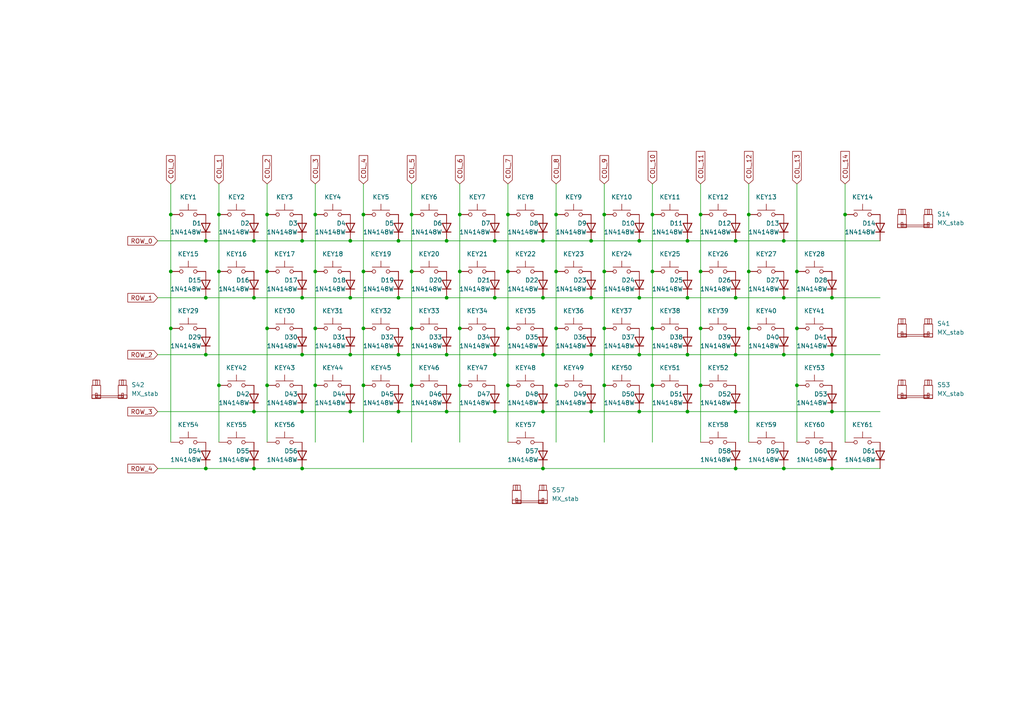
<source format=kicad_sch>
(kicad_sch (version 20230121) (generator eeschema)
  (paper "A4")
  (junction (at 143.51 119.38))
  (junction (at 189.23 95.25))
  (junction (at 101.6 69.85))
  (junction (at 105.41 78.74))
  (junction (at 63.5 78.74))
  (junction (at 227.33 69.85))
  (junction (at 49.53 62.23))
  (junction (at 59.69 86.36))
  (junction (at 59.69 135.89))
  (junction (at 147.32 111.76))
  (junction (at 185.42 69.85))
  (junction (at 129.54 119.38))
  (junction (at 77.47 111.76))
  (junction (at 101.6 86.36))
  (junction (at 49.53 78.74))
  (junction (at 105.41 111.76))
  (junction (at 73.66 69.85))
  (junction (at 217.17 62.23))
  (junction (at 63.5 62.23))
  (junction (at 63.5 111.76))
  (junction (at 241.3 102.87))
  (junction (at 119.38 78.74))
  (junction (at 77.47 62.23))
  (junction (at 217.17 95.25))
  (junction (at 133.35 78.74))
  (junction (at 161.29 95.25))
  (junction (at 91.44 111.76))
  (junction (at 171.45 86.36))
  (junction (at 231.14 95.25))
  (junction (at 87.63 102.87))
  (junction (at 157.48 69.85))
  (junction (at 157.48 102.87))
  (junction (at 87.63 135.89))
  (junction (at 199.39 69.85))
  (junction (at 213.36 102.87))
  (junction (at 101.6 119.38))
  (junction (at 133.35 62.23))
  (junction (at 171.45 102.87))
  (junction (at 227.33 135.89))
  (junction (at 59.69 69.85))
  (junction (at 199.39 119.38))
  (junction (at 133.35 111.76))
  (junction (at 213.36 119.38))
  (junction (at 171.45 119.38))
  (junction (at 175.26 111.76))
  (junction (at 231.14 78.74))
  (junction (at 245.11 62.23))
  (junction (at 227.33 102.87))
  (junction (at 105.41 95.25))
  (junction (at 161.29 62.23))
  (junction (at 203.2 62.23))
  (junction (at 87.63 69.85))
  (junction (at 115.57 86.36))
  (junction (at 119.38 95.25))
  (junction (at 171.45 69.85))
  (junction (at 129.54 102.87))
  (junction (at 175.26 95.25))
  (junction (at 185.42 86.36))
  (junction (at 185.42 119.38))
  (junction (at 203.2 111.76))
  (junction (at 49.53 95.25))
  (junction (at 199.39 86.36))
  (junction (at 119.38 111.76))
  (junction (at 73.66 135.89))
  (junction (at 241.3 86.36))
  (junction (at 143.51 69.85))
  (junction (at 213.36 135.89))
  (junction (at 231.14 111.76))
  (junction (at 189.23 78.74))
  (junction (at 189.23 62.23))
  (junction (at 73.66 86.36))
  (junction (at 87.63 119.38))
  (junction (at 203.2 95.25))
  (junction (at 185.42 102.87))
  (junction (at 199.39 102.87))
  (junction (at 213.36 69.85))
  (junction (at 77.47 95.25))
  (junction (at 129.54 69.85))
  (junction (at 157.48 86.36))
  (junction (at 189.23 111.76))
  (junction (at 143.51 86.36))
  (junction (at 161.29 78.74))
  (junction (at 77.47 78.74))
  (junction (at 175.26 62.23))
  (junction (at 105.41 62.23))
  (junction (at 133.35 95.25))
  (junction (at 157.48 119.38))
  (junction (at 59.69 102.87))
  (junction (at 147.32 95.25))
  (junction (at 143.51 102.87))
  (junction (at 217.17 78.74))
  (junction (at 213.36 86.36))
  (junction (at 91.44 78.74))
  (junction (at 119.38 62.23))
  (junction (at 129.54 86.36))
  (junction (at 87.63 86.36))
  (junction (at 227.33 86.36))
  (junction (at 241.3 119.38))
  (junction (at 147.32 62.23))
  (junction (at 115.57 69.85))
  (junction (at 115.57 119.38))
  (junction (at 241.3 135.89))
  (junction (at 91.44 62.23))
  (junction (at 73.66 119.38))
  (junction (at 147.32 78.74))
  (junction (at 115.57 102.87))
  (junction (at 101.6 102.87))
  (junction (at 157.48 135.89))
  (junction (at 203.2 78.74))
  (junction (at 161.29 111.76))
  (junction (at 91.44 95.25))
  (junction (at 175.26 78.74))
  (wire (pts (xy 101.6 69.85) (xy 115.57 69.85)))
  (wire (pts (xy 105.41 111.76) (xy 105.41 128.27)))
  (wire (pts (xy 189.23 111.76) (xy 189.23 128.27)))
  (wire (pts (xy 175.26 78.74) (xy 175.26 95.25)))
  (wire (pts (xy 217.17 78.74) (xy 217.17 95.25)))
  (wire (pts (xy 77.47 78.74) (xy 77.47 95.25)))
  (wire (pts (xy 49.53 78.74) (xy 49.53 95.25)))
  (wire (pts (xy 161.29 111.76) (xy 161.29 128.27)))
  (wire (pts (xy 175.26 95.25) (xy 175.26 111.76)))
  (wire (pts (xy 157.48 69.85) (xy 171.45 69.85)))
  (wire (pts (xy 45.72 135.89) (xy 59.69 135.89)))
  (wire (pts (xy 175.26 111.76) (xy 175.26 128.27)))
  (wire (pts (xy 133.35 95.25) (xy 133.35 111.76)))
  (wire (pts (xy 49.53 53.34) (xy 49.53 62.23)))
  (wire (pts (xy 91.44 53.34) (xy 91.44 62.23)))
  (wire (pts (xy 143.51 86.36) (xy 157.48 86.36)))
  (wire (pts (xy 91.44 62.23) (xy 91.44 78.74)))
  (wire (pts (xy 73.66 119.38) (xy 87.63 119.38)))
  (wire (pts (xy 185.42 102.87) (xy 199.39 102.87)))
  (wire (pts (xy 129.54 102.87) (xy 143.51 102.87)))
  (wire (pts (xy 77.47 111.76) (xy 77.47 128.27)))
  (wire (pts (xy 91.44 95.25) (xy 91.44 111.76)))
  (wire (pts (xy 157.48 102.87) (xy 171.45 102.87)))
  (wire (pts (xy 45.72 86.36) (xy 59.69 86.36)))
  (wire (pts (xy 133.35 111.76) (xy 133.35 128.27)))
  (wire (pts (xy 59.69 69.85) (xy 73.66 69.85)))
  (wire (pts (xy 143.51 69.85) (xy 157.48 69.85)))
  (wire (pts (xy 213.36 86.36) (xy 227.33 86.36)))
  (wire (pts (xy 213.36 135.89) (xy 227.33 135.89)))
  (wire (pts (xy 199.39 119.38) (xy 213.36 119.38)))
  (wire (pts (xy 213.36 69.85) (xy 227.33 69.85)))
  (wire (pts (xy 213.36 119.38) (xy 241.3 119.38)))
  (wire (pts (xy 105.41 78.74) (xy 105.41 95.25)))
  (wire (pts (xy 119.38 62.23) (xy 119.38 78.74)))
  (wire (pts (xy 189.23 62.23) (xy 189.23 78.74)))
  (wire (pts (xy 77.47 62.23) (xy 77.47 78.74)))
  (wire (pts (xy 217.17 62.23) (xy 217.17 78.74)))
  (wire (pts (xy 77.47 95.25) (xy 77.47 111.76)))
  (wire (pts (xy 147.32 95.25) (xy 147.32 111.76)))
  (wire (pts (xy 175.26 62.23) (xy 175.26 78.74)))
  (wire (pts (xy 63.5 53.34) (xy 63.5 62.23)))
  (wire (pts (xy 147.32 62.23) (xy 147.32 78.74)))
  (wire (pts (xy 87.63 119.38) (xy 101.6 119.38)))
  (wire (pts (xy 101.6 102.87) (xy 115.57 102.87)))
  (wire (pts (xy 119.38 78.74) (xy 119.38 95.25)))
  (wire (pts (xy 171.45 119.38) (xy 185.42 119.38)))
  (wire (pts (xy 245.11 53.34) (xy 245.11 62.23)))
  (wire (pts (xy 185.42 69.85) (xy 199.39 69.85)))
  (wire (pts (xy 119.38 111.76) (xy 119.38 128.27)))
  (wire (pts (xy 203.2 53.34) (xy 203.2 62.23)))
  (wire (pts (xy 175.26 53.34) (xy 175.26 62.23)))
  (wire (pts (xy 231.14 95.25) (xy 231.14 111.76)))
  (wire (pts (xy 87.63 135.89) (xy 157.48 135.89)))
  (wire (pts (xy 189.23 78.74) (xy 189.23 95.25)))
  (wire (pts (xy 199.39 86.36) (xy 213.36 86.36)))
  (wire (pts (xy 213.36 102.87) (xy 227.33 102.87)))
  (wire (pts (xy 129.54 69.85) (xy 143.51 69.85)))
  (wire (pts (xy 227.33 69.85) (xy 255.27 69.85)))
  (wire (pts (xy 245.11 62.23) (xy 245.11 128.27)))
  (wire (pts (xy 203.2 78.74) (xy 203.2 95.25)))
  (wire (pts (xy 105.41 95.25) (xy 105.41 111.76)))
  (wire (pts (xy 105.41 53.34) (xy 105.41 62.23)))
  (wire (pts (xy 227.33 135.89) (xy 241.3 135.89)))
  (wire (pts (xy 171.45 102.87) (xy 185.42 102.87)))
  (wire (pts (xy 73.66 135.89) (xy 87.63 135.89)))
  (wire (pts (xy 133.35 78.74) (xy 133.35 95.25)))
  (wire (pts (xy 157.48 86.36) (xy 171.45 86.36)))
  (wire (pts (xy 157.48 119.38) (xy 171.45 119.38)))
  (wire (pts (xy 231.14 53.34) (xy 231.14 78.74)))
  (wire (pts (xy 87.63 69.85) (xy 101.6 69.85)))
  (wire (pts (xy 203.2 62.23) (xy 203.2 78.74)))
  (wire (pts (xy 133.35 62.23) (xy 133.35 78.74)))
  (wire (pts (xy 73.66 69.85) (xy 87.63 69.85)))
  (wire (pts (xy 59.69 86.36) (xy 73.66 86.36)))
  (wire (pts (xy 87.63 102.87) (xy 101.6 102.87)))
  (wire (pts (xy 91.44 111.76) (xy 91.44 128.27)))
  (wire (pts (xy 115.57 69.85) (xy 129.54 69.85)))
  (wire (pts (xy 115.57 86.36) (xy 129.54 86.36)))
  (wire (pts (xy 129.54 119.38) (xy 143.51 119.38)))
  (wire (pts (xy 185.42 86.36) (xy 199.39 86.36)))
  (wire (pts (xy 105.41 62.23) (xy 105.41 78.74)))
  (wire (pts (xy 63.5 111.76) (xy 63.5 128.27)))
  (wire (pts (xy 133.35 53.34) (xy 133.35 62.23)))
  (wire (pts (xy 147.32 111.76) (xy 147.32 128.27)))
  (wire (pts (xy 63.5 78.74) (xy 63.5 111.76)))
  (wire (pts (xy 45.72 69.85) (xy 59.69 69.85)))
  (wire (pts (xy 203.2 95.25) (xy 203.2 111.76)))
  (wire (pts (xy 241.3 119.38) (xy 255.27 119.38)))
  (wire (pts (xy 147.32 78.74) (xy 147.32 95.25)))
  (wire (pts (xy 217.17 53.34) (xy 217.17 62.23)))
  (wire (pts (xy 185.42 119.38) (xy 199.39 119.38)))
  (wire (pts (xy 143.51 119.38) (xy 157.48 119.38)))
  (wire (pts (xy 91.44 78.74) (xy 91.44 95.25)))
  (wire (pts (xy 63.5 62.23) (xy 63.5 78.74)))
  (wire (pts (xy 199.39 102.87) (xy 213.36 102.87)))
  (wire (pts (xy 227.33 86.36) (xy 241.3 86.36)))
  (wire (pts (xy 147.32 53.34) (xy 147.32 62.23)))
  (wire (pts (xy 77.47 53.34) (xy 77.47 62.23)))
  (wire (pts (xy 49.53 62.23) (xy 49.53 78.74)))
  (wire (pts (xy 115.57 119.38) (xy 129.54 119.38)))
  (wire (pts (xy 189.23 95.25) (xy 189.23 111.76)))
  (wire (pts (xy 157.48 135.89) (xy 213.36 135.89)))
  (wire (pts (xy 161.29 62.23) (xy 161.29 78.74)))
  (wire (pts (xy 115.57 102.87) (xy 129.54 102.87)))
  (wire (pts (xy 45.72 119.38) (xy 73.66 119.38)))
  (wire (pts (xy 161.29 95.25) (xy 161.29 111.76)))
  (wire (pts (xy 199.39 69.85) (xy 213.36 69.85)))
  (wire (pts (xy 119.38 53.34) (xy 119.38 62.23)))
  (wire (pts (xy 171.45 86.36) (xy 185.42 86.36)))
  (wire (pts (xy 101.6 119.38) (xy 115.57 119.38)))
  (wire (pts (xy 231.14 78.74) (xy 231.14 95.25)))
  (wire (pts (xy 241.3 86.36) (xy 255.27 86.36)))
  (wire (pts (xy 189.23 53.34) (xy 189.23 62.23)))
  (wire (pts (xy 45.72 102.87) (xy 59.69 102.87)))
  (wire (pts (xy 161.29 53.34) (xy 161.29 62.23)))
  (wire (pts (xy 161.29 78.74) (xy 161.29 95.25)))
  (wire (pts (xy 227.33 102.87) (xy 241.3 102.87)))
  (wire (pts (xy 49.53 95.25) (xy 49.53 128.27)))
  (wire (pts (xy 217.17 95.25) (xy 217.17 128.27)))
  (wire (pts (xy 87.63 86.36) (xy 101.6 86.36)))
  (wire (pts (xy 59.69 102.87) (xy 87.63 102.87)))
  (wire (pts (xy 101.6 86.36) (xy 115.57 86.36)))
  (wire (pts (xy 59.69 135.89) (xy 73.66 135.89)))
  (wire (pts (xy 119.38 95.25) (xy 119.38 111.76)))
  (wire (pts (xy 129.54 86.36) (xy 143.51 86.36)))
  (wire (pts (xy 171.45 69.85) (xy 185.42 69.85)))
  (wire (pts (xy 241.3 135.89) (xy 255.27 135.89)))
  (wire (pts (xy 73.66 86.36) (xy 87.63 86.36)))
  (wire (pts (xy 203.2 111.76) (xy 203.2 128.27)))
  (wire (pts (xy 241.3 102.87) (xy 255.27 102.87)))
  (wire (pts (xy 143.51 102.87) (xy 157.48 102.87)))
  (wire (pts (xy 231.14 111.76) (xy 231.14 128.27)))
  (global_label "COL_4" (shape input) (at 105.41 53.34 90) (property "Intersheetrefs" "${INTERSHEET_REFS}" (effects hide)))
  (global_label "COL_13" (shape input) (at 231.14 53.34 90) (property "Intersheetrefs" "${INTERSHEET_REFS}" (effects hide)))
  (global_label "COL_2" (shape input) (at 77.47 53.34 90) (property "Intersheetrefs" "${INTERSHEET_REFS}" (effects hide)))
  (global_label "ROW_0" (shape input) (at 45.72 69.85 180) (property "Intersheetrefs" "${INTERSHEET_REFS}" (effects hide)))
  (global_label "ROW_4" (shape input) (at 45.72 135.89 180) (property "Intersheetrefs" "${INTERSHEET_REFS}" (effects hide)))
  (global_label "COL_12" (shape input) (at 217.17 53.34 90) (property "Intersheetrefs" "${INTERSHEET_REFS}" (effects hide)))
  (global_label "COL_8" (shape input) (at 161.29 53.34 90) (property "Intersheetrefs" "${INTERSHEET_REFS}" (effects hide)))
  (global_label "COL_14" (shape input) (at 245.11 53.34 90) (property "Intersheetrefs" "${INTERSHEET_REFS}" (effects hide)))
  (global_label "ROW_2" (shape input) (at 45.72 102.87 180) (property "Intersheetrefs" "${INTERSHEET_REFS}" (effects hide)))
  (global_label "ROW_1" (shape input) (at 45.72 86.36 180) (property "Intersheetrefs" "${INTERSHEET_REFS}" (effects hide)))
  (global_label "ROW_3" (shape input) (at 45.72 119.38 180) (property "Intersheetrefs" "${INTERSHEET_REFS}" (effects hide)))
  (global_label "COL_10" (shape input) (at 189.23 53.34 90) (property "Intersheetrefs" "${INTERSHEET_REFS}" (effects hide)))
  (global_label "COL_5" (shape input) (at 119.38 53.34 90) (property "Intersheetrefs" "${INTERSHEET_REFS}" (effects hide)))
  (global_label "COL_9" (shape input) (at 175.26 53.34 90) (property "Intersheetrefs" "${INTERSHEET_REFS}" (effects hide)))
  (global_label "COL_0" (shape input) (at 49.53 53.34 90) (property "Intersheetrefs" "${INTERSHEET_REFS}" (effects hide)))
  (global_label "COL_11" (shape input) (at 203.2 53.34 90) (property "Intersheetrefs" "${INTERSHEET_REFS}" (effects hide)))
  (global_label "COL_7" (shape input) (at 147.32 53.34 90) (property "Intersheetrefs" "${INTERSHEET_REFS}" (effects hide)))
  (global_label "COL_6" (shape input) (at 133.35 53.34 90) (property "Intersheetrefs" "${INTERSHEET_REFS}" (effects hide)))
  (global_label "COL_3" (shape input) (at 91.44 53.34 90) (property "Intersheetrefs" "${INTERSHEET_REFS}" (effects hide)))
  (global_label "COL_1" (shape input) (at 63.5 53.34 90) (property "Intersheetrefs" "${INTERSHEET_REFS}" (effects hide)))
  (symbol (lib_id "Diode:1N4148W") (at 59.69 82.55 270) (mirror x) (unit 1)
    (property "Reference" "D15" (at 58.42 81.28 90) (effects (justify right)))
    (property "Value" "1N4148W" (at 58.42 83.82 90) (effects (justify right)))
    (property "Footprint" "Diode_SMD:D_SOD-123" (effects hide))
    (property "Datasheet" "https://www.vishay.com/docs/85748/1n4148w.pdf" (effects hide))
    (property "Sim.Device" "D" (effects hide))
    (property "Sim.Pins" "1=K 2=A" (effects hide))
  )
  (symbol (lib_id "Switch:SW_Push") (at 82.55 78.74 0) (unit 1)
    (property "Reference" "KEY17" (at 82.55 73.66 0))
    (property "Value" "SW_Push" (effects hide))
    (property "Footprint" "key-switches:SW_MX_HotSwap_PTH" (effects hide))
  )
  (symbol (lib_id "Diode:1N4148W") (at 199.39 115.57 270) (mirror x) (unit 1)
    (property "Reference" "D51" (at 198.12 114.3 90) (effects (justify right)))
    (property "Value" "1N4148W" (at 198.12 116.84 90) (effects (justify right)))
    (property "Footprint" "Diode_SMD:D_SOD-123" (effects hide))
    (property "Datasheet" "https://www.vishay.com/docs/85748/1n4148w.pdf" (effects hide))
    (property "Sim.Device" "D" (effects hide))
    (property "Sim.Pins" "1=K 2=A" (effects hide))
  )
  (symbol (lib_id "Switch:SW_Push") (at 166.37 78.74 0) (unit 1)
    (property "Reference" "KEY23" (at 166.37 73.66 0))
    (property "Value" "SW_Push" (effects hide))
    (property "Footprint" "key-switches:SW_MX_HotSwap_PTH" (effects hide))
  )
  (symbol (lib_id "Diode:1N4148W") (at 129.54 66.04 270) (mirror x) (unit 1)
    (property "Reference" "D6" (at 128.27 64.77 90) (effects (justify right)))
    (property "Value" "1N4148W" (at 128.27 67.31 90) (effects (justify right)))
    (property "Footprint" "Diode_SMD:D_SOD-123" (effects hide))
    (property "Datasheet" "https://www.vishay.com/docs/85748/1n4148w.pdf" (effects hide))
    (property "Sim.Device" "D" (effects hide))
    (property "Sim.Pins" "1=K 2=A" (effects hide))
  )
  (symbol (lib_id "Switch:SW_Push") (at 166.37 111.76 0) (unit 1)
    (property "Reference" "KEY49" (at 166.37 106.68 0))
    (property "Value" "SW_Push" (effects hide))
    (property "Footprint" "key-switches:SW_MX_HotSwap_PTH" (effects hide))
  )
  (symbol (lib_id "Diode:1N4148W") (at 73.66 115.57 270) (mirror x) (unit 1)
    (property "Reference" "D42" (at 72.39 114.3 90) (effects (justify right)))
    (property "Value" "1N4148W" (at 72.39 116.84 90) (effects (justify right)))
    (property "Footprint" "Diode_SMD:D_SOD-123" (effects hide))
    (property "Datasheet" "https://www.vishay.com/docs/85748/1n4148w.pdf" (effects hide))
    (property "Sim.Device" "D" (effects hide))
    (property "Sim.Pins" "1=K 2=A" (effects hide))
  )
  (symbol (lib_id "Diode:1N4148W") (at 255.27 132.08 270) (mirror x) (unit 1)
    (property "Reference" "D61" (at 254 130.81 90) (effects (justify right)))
    (property "Value" "1N4148W" (at 254 133.35 90) (effects (justify right)))
    (property "Footprint" "Diode_SMD:D_SOD-123" (effects hide))
    (property "Datasheet" "https://www.vishay.com/docs/85748/1n4148w.pdf" (effects hide))
    (property "Sim.Device" "D" (effects hide))
    (property "Sim.Pins" "1=K 2=A" (effects hide))
  )
  (symbol (lib_id "Diode:1N4148W") (at 143.51 82.55 270) (mirror x) (unit 1)
    (property "Reference" "D21" (at 142.24 81.28 90) (effects (justify right)))
    (property "Value" "1N4148W" (at 142.24 83.82 90) (effects (justify right)))
    (property "Footprint" "Diode_SMD:D_SOD-123" (effects hide))
    (property "Datasheet" "https://www.vishay.com/docs/85748/1n4148w.pdf" (effects hide))
    (property "Sim.Device" "D" (effects hide))
    (property "Sim.Pins" "1=K 2=A" (effects hide))
  )
  (symbol (lib_id "Diode:1N4148W") (at 87.63 99.06 270) (mirror x) (unit 1)
    (property "Reference" "D30" (at 86.36 97.79 90) (effects (justify right)))
    (property "Value" "1N4148W" (at 86.36 100.33 90) (effects (justify right)))
    (property "Footprint" "Diode_SMD:D_SOD-123" (effects hide))
    (property "Datasheet" "https://www.vishay.com/docs/85748/1n4148w.pdf" (effects hide))
    (property "Sim.Device" "D" (effects hide))
    (property "Sim.Pins" "1=K 2=A" (effects hide))
  )
  (symbol (lib_id "Diode:1N4148W") (at 227.33 99.06 270) (mirror x) (unit 1)
    (property "Reference" "D40" (at 226.06 97.79 90) (effects (justify right)))
    (property "Value" "1N4148W" (at 226.06 100.33 90) (effects (justify right)))
    (property "Footprint" "Diode_SMD:D_SOD-123" (effects hide))
    (property "Datasheet" "https://www.vishay.com/docs/85748/1n4148w.pdf" (effects hide))
    (property "Sim.Device" "D" (effects hide))
    (property "Sim.Pins" "1=K 2=A" (effects hide))
  )
  (symbol (lib_id "Switch:SW_Push") (at 96.52 111.76 0) (unit 1)
    (property "Reference" "KEY44" (at 96.52 106.68 0))
    (property "Value" "SW_Push" (effects hide))
    (property "Footprint" "key-switches:SW_MX_HotSwap_PTH" (effects hide))
  )
  (symbol (lib_id "Diode:1N4148W") (at 157.48 82.55 270) (mirror x) (unit 1)
    (property "Reference" "D22" (at 156.21 81.28 90) (effects (justify right)))
    (property "Value" "1N4148W" (at 156.21 83.82 90) (effects (justify right)))
    (property "Footprint" "Diode_SMD:D_SOD-123" (effects hide))
    (property "Datasheet" "https://www.vishay.com/docs/85748/1n4148w.pdf" (effects hide))
    (property "Sim.Device" "D" (effects hide))
    (property "Sim.Pins" "1=K 2=A" (effects hide))
  )
  (symbol (lib_id "Switch:SW_Push") (at 110.49 111.76 0) (unit 1)
    (property "Reference" "KEY45" (at 110.49 106.68 0))
    (property "Value" "SW_Push" (effects hide))
    (property "Footprint" "key-switches:SW_MX_HotSwap_PTH" (effects hide))
  )
  (symbol (lib_id "Switch:SW_Push") (at 68.58 128.27 0) (unit 1)
    (property "Reference" "KEY55" (at 68.58 123.19 0))
    (property "Value" "SW_Push" (effects hide))
    (property "Footprint" "key-switches:SW_MX_HotSwap_PTH" (effects hide))
  )
  (symbol (lib_id "Diode:1N4148W") (at 213.36 99.06 270) (mirror x) (unit 1)
    (property "Reference" "D39" (at 212.09 97.79 90) (effects (justify right)))
    (property "Value" "1N4148W" (at 212.09 100.33 90) (effects (justify right)))
    (property "Footprint" "Diode_SMD:D_SOD-123" (effects hide))
    (property "Datasheet" "https://www.vishay.com/docs/85748/1n4148w.pdf" (effects hide))
    (property "Sim.Device" "D" (effects hide))
    (property "Sim.Pins" "1=K 2=A" (effects hide))
  )
  (symbol (lib_id "Switch:SW_Push") (at 110.49 95.25 0) (unit 1)
    (property "Reference" "KEY32" (at 110.49 90.17 0))
    (property "Value" "SW_Push" (effects hide))
    (property "Footprint" "key-switches:SW_MX_HotSwap_PTH" (effects hide))
  )
  (symbol (lib_id "Switch:SW_Push") (at 180.34 111.76 0) (unit 1)
    (property "Reference" "KEY50" (at 180.34 106.68 0))
    (property "Value" "SW_Push" (effects hide))
    (property "Footprint" "key-switches:SW_MX_HotSwap_PTH" (effects hide))
  )
  (symbol (lib_id "PCM_marbastlib-mx:MX_stab") (at 265.43 63.5 0) (unit 1)
    (property "Reference" "S14" (at 271.78 62.103 0) (effects (justify left)))
    (property "Value" "MX_stab" (at 271.78 64.643 0) (effects (justify left)))
    (property "Footprint" "PCM_marbastlib-mx:STAB_MX_P_2u" (effects hide))
  )
  (symbol (lib_id "PCM_marbastlib-mx:MX_stab") (at 265.43 95.25 0) (unit 1)
    (property "Reference" "S41" (at 271.78 93.853 0) (effects (justify left)))
    (property "Value" "MX_stab" (at 271.78 96.393 0) (effects (justify left)))
    (property "Footprint" "PCM_marbastlib-mx:STAB_MX_P_2.25u" (effects hide))
  )
  (symbol (lib_id "Diode:1N4148W") (at 101.6 115.57 270) (mirror x) (unit 1)
    (property "Reference" "D44" (at 100.33 114.3 90) (effects (justify right)))
    (property "Value" "1N4148W" (at 100.33 116.84 90) (effects (justify right)))
    (property "Footprint" "Diode_SMD:D_SOD-123" (effects hide))
    (property "Datasheet" "https://www.vishay.com/docs/85748/1n4148w.pdf" (effects hide))
    (property "Sim.Device" "D" (effects hide))
    (property "Sim.Pins" "1=K 2=A" (effects hide))
  )
  (symbol (lib_id "Switch:SW_Push") (at 222.25 78.74 0) (unit 1)
    (property "Reference" "KEY27" (at 222.25 73.66 0))
    (property "Value" "SW_Push" (effects hide))
    (property "Footprint" "key-switches:SW_MX_HotSwap_PTH" (effects hide))
  )
  (symbol (lib_id "Diode:1N4148W") (at 129.54 99.06 270) (mirror x) (unit 1)
    (property "Reference" "D33" (at 128.27 97.79 90) (effects (justify right)))
    (property "Value" "1N4148W" (at 128.27 100.33 90) (effects (justify right)))
    (property "Footprint" "Diode_SMD:D_SOD-123" (effects hide))
    (property "Datasheet" "https://www.vishay.com/docs/85748/1n4148w.pdf" (effects hide))
    (property "Sim.Device" "D" (effects hide))
    (property "Sim.Pins" "1=K 2=A" (effects hide))
  )
  (symbol (lib_id "Switch:SW_Push") (at 68.58 111.76 0) (unit 1)
    (property "Reference" "KEY42" (at 68.58 106.68 0))
    (property "Value" "SW_Push" (effects hide))
    (property "Footprint" "key-switches:SW_MX_HotSwap_PTH" (effects hide))
  )
  (symbol (lib_id "Switch:SW_Push") (at 82.55 62.23 0) (unit 1)
    (property "Reference" "KEY3" (at 82.55 57.15 0))
    (property "Value" "SW_Push" (effects hide))
    (property "Footprint" "key-switches:SW_MX_HotSwap_PTH" (effects hide))
  )
  (symbol (lib_id "Switch:SW_Push") (at 110.49 78.74 0) (unit 1)
    (property "Reference" "KEY19" (at 110.49 73.66 0))
    (property "Value" "SW_Push" (effects hide))
    (property "Footprint" "key-switches:SW_MX_HotSwap_PTH" (effects hide))
  )
  (symbol (lib_id "PCM_marbastlib-mx:MX_stab") (at 153.67 143.51 0) (unit 1)
    (property "Reference" "S57" (at 160.02 142.113 0) (effects (justify left)))
    (property "Value" "MX_stab" (at 160.02 144.653 0) (effects (justify left)))
    (property "Footprint" "PCM_marbastlib-mx:STAB_MX_P_6.25u" (effects hide))
  )
  (symbol (lib_id "Switch:SW_Push") (at 138.43 111.76 0) (unit 1)
    (property "Reference" "KEY47" (at 138.43 106.68 0))
    (property "Value" "SW_Push" (effects hide))
    (property "Footprint" "key-switches:SW_MX_HotSwap_PTH" (effects hide))
  )
  (symbol (lib_id "Switch:SW_Push") (at 222.25 95.25 0) (unit 1)
    (property "Reference" "KEY40" (at 222.25 90.17 0))
    (property "Value" "SW_Push" (effects hide))
    (property "Footprint" "key-switches:SW_MX_HotSwap_PTH" (effects hide))
  )
  (symbol (lib_id "Diode:1N4148W") (at 213.36 132.08 270) (mirror x) (unit 1)
    (property "Reference" "D58" (at 212.09 130.81 90) (effects (justify right)))
    (property "Value" "1N4148W" (at 212.09 133.35 90) (effects (justify right)))
    (property "Footprint" "Diode_SMD:D_SOD-123" (effects hide))
    (property "Datasheet" "https://www.vishay.com/docs/85748/1n4148w.pdf" (effects hide))
    (property "Sim.Device" "D" (effects hide))
    (property "Sim.Pins" "1=K 2=A" (effects hide))
  )
  (symbol (lib_id "Diode:1N4148W") (at 241.3 99.06 270) (mirror x) (unit 1)
    (property "Reference" "D41" (at 240.03 97.79 90) (effects (justify right)))
    (property "Value" "1N4148W" (at 240.03 100.33 90) (effects (justify right)))
    (property "Footprint" "Diode_SMD:D_SOD-123" (effects hide))
    (property "Datasheet" "https://www.vishay.com/docs/85748/1n4148w.pdf" (effects hide))
    (property "Sim.Device" "D" (effects hide))
    (property "Sim.Pins" "1=K 2=A" (effects hide))
  )
  (symbol (lib_id "Diode:1N4148W") (at 87.63 82.55 270) (mirror x) (unit 1)
    (property "Reference" "D17" (at 86.36 81.28 90) (effects (justify right)))
    (property "Value" "1N4148W" (at 86.36 83.82 90) (effects (justify right)))
    (property "Footprint" "Diode_SMD:D_SOD-123" (effects hide))
    (property "Datasheet" "https://www.vishay.com/docs/85748/1n4148w.pdf" (effects hide))
    (property "Sim.Device" "D" (effects hide))
    (property "Sim.Pins" "1=K 2=A" (effects hide))
  )
  (symbol (lib_id "Diode:1N4148W") (at 59.69 99.06 270) (mirror x) (unit 1)
    (property "Reference" "D29" (at 58.42 97.79 90) (effects (justify right)))
    (property "Value" "1N4148W" (at 58.42 100.33 90) (effects (justify right)))
    (property "Footprint" "Diode_SMD:D_SOD-123" (effects hide))
    (property "Datasheet" "https://www.vishay.com/docs/85748/1n4148w.pdf" (effects hide))
    (property "Sim.Device" "D" (effects hide))
    (property "Sim.Pins" "1=K 2=A" (effects hide))
  )
  (symbol (lib_id "Diode:1N4148W") (at 73.66 82.55 270) (mirror x) (unit 1)
    (property "Reference" "D16" (at 72.39 81.28 90) (effects (justify right)))
    (property "Value" "1N4148W" (at 72.39 83.82 90) (effects (justify right)))
    (property "Footprint" "Diode_SMD:D_SOD-123" (effects hide))
    (property "Datasheet" "https://www.vishay.com/docs/85748/1n4148w.pdf" (effects hide))
    (property "Sim.Device" "D" (effects hide))
    (property "Sim.Pins" "1=K 2=A" (effects hide))
  )
  (symbol (lib_id "Diode:1N4148W") (at 157.48 99.06 270) (mirror x) (unit 1)
    (property "Reference" "D35" (at 156.21 97.79 90) (effects (justify right)))
    (property "Value" "1N4148W" (at 156.21 100.33 90) (effects (justify right)))
    (property "Footprint" "Diode_SMD:D_SOD-123" (effects hide))
    (property "Datasheet" "https://www.vishay.com/docs/85748/1n4148w.pdf" (effects hide))
    (property "Sim.Device" "D" (effects hide))
    (property "Sim.Pins" "1=K 2=A" (effects hide))
  )
  (symbol (lib_id "Diode:1N4148W") (at 185.42 82.55 270) (mirror x) (unit 1)
    (property "Reference" "D24" (at 184.15 81.28 90) (effects (justify right)))
    (property "Value" "1N4148W" (at 184.15 83.82 90) (effects (justify right)))
    (property "Footprint" "Diode_SMD:D_SOD-123" (effects hide))
    (property "Datasheet" "https://www.vishay.com/docs/85748/1n4148w.pdf" (effects hide))
    (property "Sim.Device" "D" (effects hide))
    (property "Sim.Pins" "1=K 2=A" (effects hide))
  )
  (symbol (lib_id "Switch:SW_Push") (at 222.25 128.27 0) (unit 1)
    (property "Reference" "KEY59" (at 222.25 123.19 0))
    (property "Value" "SW_Push" (effects hide))
    (property "Footprint" "key-switches:SW_MX_HotSwap_PTH" (effects hide))
  )
  (symbol (lib_id "Switch:SW_Push") (at 208.28 78.74 0) (unit 1)
    (property "Reference" "KEY26" (at 208.28 73.66 0))
    (property "Value" "SW_Push" (effects hide))
    (property "Footprint" "key-switches:SW_MX_HotSwap_PTH" (effects hide))
  )
  (symbol (lib_id "Diode:1N4148W") (at 171.45 115.57 270) (mirror x) (unit 1)
    (property "Reference" "D49" (at 170.18 114.3 90) (effects (justify right)))
    (property "Value" "1N4148W" (at 170.18 116.84 90) (effects (justify right)))
    (property "Footprint" "Diode_SMD:D_SOD-123" (effects hide))
    (property "Datasheet" "https://www.vishay.com/docs/85748/1n4148w.pdf" (effects hide))
    (property "Sim.Device" "D" (effects hide))
    (property "Sim.Pins" "1=K 2=A" (effects hide))
  )
  (symbol (lib_id "Switch:SW_Push") (at 54.61 95.25 0) (unit 1)
    (property "Reference" "KEY29" (at 54.61 90.17 0))
    (property "Value" "SW_Push" (effects hide))
    (property "Footprint" "key-switches:SW_MX_HotSwap_PTH" (effects hide))
  )
  (symbol (lib_id "Diode:1N4148W") (at 171.45 82.55 270) (mirror x) (unit 1)
    (property "Reference" "D23" (at 170.18 81.28 90) (effects (justify right)))
    (property "Value" "1N4148W" (at 170.18 83.82 90) (effects (justify right)))
    (property "Footprint" "Diode_SMD:D_SOD-123" (effects hide))
    (property "Datasheet" "https://www.vishay.com/docs/85748/1n4148w.pdf" (effects hide))
    (property "Sim.Device" "D" (effects hide))
    (property "Sim.Pins" "1=K 2=A" (effects hide))
  )
  (symbol (lib_id "Diode:1N4148W") (at 101.6 82.55 270) (mirror x) (unit 1)
    (property "Reference" "D18" (at 100.33 81.28 90) (effects (justify right)))
    (property "Value" "1N4148W" (at 100.33 83.82 90) (effects (justify right)))
    (property "Footprint" "Diode_SMD:D_SOD-123" (effects hide))
    (property "Datasheet" "https://www.vishay.com/docs/85748/1n4148w.pdf" (effects hide))
    (property "Sim.Device" "D" (effects hide))
    (property "Sim.Pins" "1=K 2=A" (effects hide))
  )
  (symbol (lib_id "Diode:1N4148W") (at 255.27 66.04 270) (mirror x) (unit 1)
    (property "Reference" "D14" (at 254 64.77 90) (effects (justify right)))
    (property "Value" "1N4148W" (at 254 67.31 90) (effects (justify right)))
    (property "Footprint" "Diode_SMD:D_SOD-123" (effects hide))
    (property "Datasheet" "https://www.vishay.com/docs/85748/1n4148w.pdf" (effects hide))
    (property "Sim.Device" "D" (effects hide))
    (property "Sim.Pins" "1=K 2=A" (effects hide))
  )
  (symbol (lib_id "Diode:1N4148W") (at 129.54 82.55 270) (mirror x) (unit 1)
    (property "Reference" "D20" (at 128.27 81.28 90) (effects (justify right)))
    (property "Value" "1N4148W" (at 128.27 83.82 90) (effects (justify right)))
    (property "Footprint" "Diode_SMD:D_SOD-123" (effects hide))
    (property "Datasheet" "https://www.vishay.com/docs/85748/1n4148w.pdf" (effects hide))
    (property "Sim.Device" "D" (effects hide))
    (property "Sim.Pins" "1=K 2=A" (effects hide))
  )
  (symbol (lib_id "Diode:1N4148W") (at 101.6 99.06 270) (mirror x) (unit 1)
    (property "Reference" "D31" (at 100.33 97.79 90) (effects (justify right)))
    (property "Value" "1N4148W" (at 100.33 100.33 90) (effects (justify right)))
    (property "Footprint" "Diode_SMD:D_SOD-123" (effects hide))
    (property "Datasheet" "https://www.vishay.com/docs/85748/1n4148w.pdf" (effects hide))
    (property "Sim.Device" "D" (effects hide))
    (property "Sim.Pins" "1=K 2=A" (effects hide))
  )
  (symbol (lib_id "Diode:1N4148W") (at 199.39 82.55 270) (mirror x) (unit 1)
    (property "Reference" "D25" (at 198.12 81.28 90) (effects (justify right)))
    (property "Value" "1N4148W" (at 198.12 83.82 90) (effects (justify right)))
    (property "Footprint" "Diode_SMD:D_SOD-123" (effects hide))
    (property "Datasheet" "https://www.vishay.com/docs/85748/1n4148w.pdf" (effects hide))
    (property "Sim.Device" "D" (effects hide))
    (property "Sim.Pins" "1=K 2=A" (effects hide))
  )
  (symbol (lib_id "Switch:SW_Push") (at 180.34 78.74 0) (unit 1)
    (property "Reference" "KEY24" (at 180.34 73.66 0))
    (property "Value" "SW_Push" (effects hide))
    (property "Footprint" "key-switches:SW_MX_HotSwap_PTH" (effects hide))
  )
  (symbol (lib_id "Switch:SW_Push") (at 180.34 62.23 0) (unit 1)
    (property "Reference" "KEY10" (at 180.34 57.15 0))
    (property "Value" "SW_Push" (effects hide))
    (property "Footprint" "key-switches:SW_MX_HotSwap_PTH" (effects hide))
  )
  (symbol (lib_id "Switch:SW_Push") (at 222.25 62.23 0) (unit 1)
    (property "Reference" "KEY13" (at 222.25 57.15 0))
    (property "Value" "SW_Push" (effects hide))
    (property "Footprint" "key-switches:SW_MX_HotSwap_PTH" (effects hide))
  )
  (symbol (lib_id "Diode:1N4148W") (at 227.33 82.55 270) (mirror x) (unit 1)
    (property "Reference" "D27" (at 226.06 81.28 90) (effects (justify right)))
    (property "Value" "1N4148W" (at 226.06 83.82 90) (effects (justify right)))
    (property "Footprint" "Diode_SMD:D_SOD-123" (effects hide))
    (property "Datasheet" "https://www.vishay.com/docs/85748/1n4148w.pdf" (effects hide))
    (property "Sim.Device" "D" (effects hide))
    (property "Sim.Pins" "1=K 2=A" (effects hide))
  )
  (symbol (lib_id "Diode:1N4148W") (at 213.36 82.55 270) (mirror x) (unit 1)
    (property "Reference" "D26" (at 212.09 81.28 90) (effects (justify right)))
    (property "Value" "1N4148W" (at 212.09 83.82 90) (effects (justify right)))
    (property "Footprint" "Diode_SMD:D_SOD-123" (effects hide))
    (property "Datasheet" "https://www.vishay.com/docs/85748/1n4148w.pdf" (effects hide))
    (property "Sim.Device" "D" (effects hide))
    (property "Sim.Pins" "1=K 2=A" (effects hide))
  )
  (symbol (lib_id "Diode:1N4148W") (at 129.54 115.57 270) (mirror x) (unit 1)
    (property "Reference" "D46" (at 128.27 114.3 90) (effects (justify right)))
    (property "Value" "1N4148W" (at 128.27 116.84 90) (effects (justify right)))
    (property "Footprint" "Diode_SMD:D_SOD-123" (effects hide))
    (property "Datasheet" "https://www.vishay.com/docs/85748/1n4148w.pdf" (effects hide))
    (property "Sim.Device" "D" (effects hide))
    (property "Sim.Pins" "1=K 2=A" (effects hide))
  )
  (symbol (lib_id "Switch:SW_Push") (at 236.22 78.74 0) (unit 1)
    (property "Reference" "KEY28" (at 236.22 73.66 0))
    (property "Value" "SW_Push" (effects hide))
    (property "Footprint" "key-switches:SW_MX_HotSwap_PTH" (effects hide))
  )
  (symbol (lib_id "Switch:SW_Push") (at 180.34 95.25 0) (unit 1)
    (property "Reference" "KEY37" (at 180.34 90.17 0))
    (property "Value" "SW_Push" (effects hide))
    (property "Footprint" "key-switches:SW_MX_HotSwap_PTH" (effects hide))
  )
  (symbol (lib_id "Diode:1N4148W") (at 115.57 115.57 270) (mirror x) (unit 1)
    (property "Reference" "D45" (at 114.3 114.3 90) (effects (justify right)))
    (property "Value" "1N4148W" (at 114.3 116.84 90) (effects (justify right)))
    (property "Footprint" "Diode_SMD:D_SOD-123" (effects hide))
    (property "Datasheet" "https://www.vishay.com/docs/85748/1n4148w.pdf" (effects hide))
    (property "Sim.Device" "D" (effects hide))
    (property "Sim.Pins" "1=K 2=A" (effects hide))
  )
  (symbol (lib_id "Switch:SW_Push") (at 96.52 62.23 0) (unit 1)
    (property "Reference" "KEY4" (at 96.52 57.15 0))
    (property "Value" "SW_Push" (effects hide))
    (property "Footprint" "key-switches:SW_MX_HotSwap_PTH" (effects hide))
  )
  (symbol (lib_id "Diode:1N4148W") (at 59.69 66.04 270) (mirror x) (unit 1)
    (property "Reference" "D1" (at 58.42 64.77 90) (effects (justify right)))
    (property "Value" "1N4148W" (at 58.42 67.31 90) (effects (justify right)))
    (property "Footprint" "Diode_SMD:D_SOD-123" (effects hide))
    (property "Datasheet" "https://www.vishay.com/docs/85748/1n4148w.pdf" (effects hide))
    (property "Sim.Device" "D" (effects hide))
    (property "Sim.Pins" "1=K 2=A" (effects hide))
  )
  (symbol (lib_id "Switch:SW_Push") (at 194.31 95.25 0) (unit 1)
    (property "Reference" "KEY38" (at 194.31 90.17 0))
    (property "Value" "SW_Push" (effects hide))
    (property "Footprint" "key-switches:SW_MX_HotSwap_PTH" (effects hide))
  )
  (symbol (lib_id "Switch:SW_Push") (at 124.46 62.23 0) (unit 1)
    (property "Reference" "KEY6" (at 124.46 57.15 0))
    (property "Value" "SW_Push" (effects hide))
    (property "Footprint" "key-switches:SW_MX_HotSwap_PTH" (effects hide))
  )
  (symbol (lib_id "Switch:SW_Push") (at 236.22 111.76 0) (unit 1)
    (property "Reference" "KEY53" (at 236.22 106.68 0))
    (property "Value" "SW_Push" (effects hide))
    (property "Footprint" "key-switches:SW_MX_HotSwap_PTH" (effects hide))
  )
  (symbol (lib_id "Switch:SW_Push") (at 138.43 62.23 0) (unit 1)
    (property "Reference" "KEY7" (at 138.43 57.15 0))
    (property "Value" "SW_Push" (effects hide))
    (property "Footprint" "key-switches:SW_MX_HotSwap_PTH" (effects hide))
  )
  (symbol (lib_id "Switch:SW_Push") (at 208.28 62.23 0) (unit 1)
    (property "Reference" "KEY12" (at 208.28 57.15 0))
    (property "Value" "SW_Push" (effects hide))
    (property "Footprint" "key-switches:SW_MX_HotSwap_PTH" (effects hide))
  )
  (symbol (lib_id "Diode:1N4148W") (at 171.45 66.04 270) (mirror x) (unit 1)
    (property "Reference" "D9" (at 170.18 64.77 90) (effects (justify right)))
    (property "Value" "1N4148W" (at 170.18 67.31 90) (effects (justify right)))
    (property "Footprint" "Diode_SMD:D_SOD-123" (effects hide))
    (property "Datasheet" "https://www.vishay.com/docs/85748/1n4148w.pdf" (effects hide))
    (property "Sim.Device" "D" (effects hide))
    (property "Sim.Pins" "1=K 2=A" (effects hide))
  )
  (symbol (lib_id "Switch:SW_Push") (at 82.55 128.27 0) (unit 1)
    (property "Reference" "KEY56" (at 82.55 123.19 0))
    (property "Value" "SW_Push" (effects hide))
    (property "Footprint" "key-switches:SW_MX_HotSwap_PTH" (effects hide))
  )
  (symbol (lib_id "Switch:SW_Push") (at 138.43 78.74 0) (unit 1)
    (property "Reference" "KEY21" (at 138.43 73.66 0))
    (property "Value" "SW_Push" (effects hide))
    (property "Footprint" "key-switches:SW_MX_HotSwap_PTH" (effects hide))
  )
  (symbol (lib_id "Diode:1N4148W") (at 87.63 66.04 270) (mirror x) (unit 1)
    (property "Reference" "D3" (at 86.36 64.77 90) (effects (justify right)))
    (property "Value" "1N4148W" (at 86.36 67.31 90) (effects (justify right)))
    (property "Footprint" "Diode_SMD:D_SOD-123" (effects hide))
    (property "Datasheet" "https://www.vishay.com/docs/85748/1n4148w.pdf" (effects hide))
    (property "Sim.Device" "D" (effects hide))
    (property "Sim.Pins" "1=K 2=A" (effects hide))
  )
  (symbol (lib_id "Switch:SW_Push") (at 82.55 95.25 0) (unit 1)
    (property "Reference" "KEY30" (at 82.55 90.17 0))
    (property "Value" "SW_Push" (effects hide))
    (property "Footprint" "key-switches:SW_MX_HotSwap_PTH" (effects hide))
  )
  (symbol (lib_id "Diode:1N4148W") (at 185.42 66.04 270) (mirror x) (unit 1)
    (property "Reference" "D10" (at 184.15 64.77 90) (effects (justify right)))
    (property "Value" "1N4148W" (at 184.15 67.31 90) (effects (justify right)))
    (property "Footprint" "Diode_SMD:D_SOD-123" (effects hide))
    (property "Datasheet" "https://www.vishay.com/docs/85748/1n4148w.pdf" (effects hide))
    (property "Sim.Device" "D" (effects hide))
    (property "Sim.Pins" "1=K 2=A" (effects hide))
  )
  (symbol (lib_id "Switch:SW_Push") (at 194.31 62.23 0) (unit 1)
    (property "Reference" "KEY11" (at 194.31 57.15 0))
    (property "Value" "SW_Push" (effects hide))
    (property "Footprint" "key-switches:SW_MX_HotSwap_PTH" (effects hide))
  )
  (symbol (lib_id "Diode:1N4148W") (at 115.57 66.04 270) (mirror x) (unit 1)
    (property "Reference" "D5" (at 114.3 64.77 90) (effects (justify right)))
    (property "Value" "1N4148W" (at 114.3 67.31 90) (effects (justify right)))
    (property "Footprint" "Diode_SMD:D_SOD-123" (effects hide))
    (property "Datasheet" "https://www.vishay.com/docs/85748/1n4148w.pdf" (effects hide))
    (property "Sim.Device" "D" (effects hide))
    (property "Sim.Pins" "1=K 2=A" (effects hide))
  )
  (symbol (lib_id "Switch:SW_Push") (at 208.28 111.76 0) (unit 1)
    (property "Reference" "KEY52" (at 208.28 106.68 0))
    (property "Value" "SW_Push" (effects hide))
    (property "Footprint" "key-switches:SW_MX_HotSwap_PTH" (effects hide))
  )
  (symbol (lib_id "Switch:SW_Push") (at 152.4 62.23 0) (unit 1)
    (property "Reference" "KEY8" (at 152.4 57.15 0))
    (property "Value" "SW_Push" (effects hide))
    (property "Footprint" "key-switches:SW_MX_HotSwap_PTH" (effects hide))
  )
  (symbol (lib_id "PCM_marbastlib-mx:MX_stab") (at 31.75 113.03 0) (unit 1)
    (property "Reference" "S42" (at 38.1 111.633 0) (effects (justify left)))
    (property "Value" "MX_stab" (at 38.1 114.173 0) (effects (justify left)))
    (property "Footprint" "PCM_marbastlib-mx:STAB_MX_P_2.25u" (effects hide))
  )
  (symbol (lib_id "Diode:1N4148W") (at 157.48 66.04 270) (mirror x) (unit 1)
    (property "Reference" "D8" (at 156.21 64.77 90) (effects (justify right)))
    (property "Value" "1N4148W" (at 156.21 67.31 90) (effects (justify right)))
    (property "Footprint" "Diode_SMD:D_SOD-123" (effects hide))
    (property "Datasheet" "https://www.vishay.com/docs/85748/1n4148w.pdf" (effects hide))
    (property "Sim.Device" "D" (effects hide))
    (property "Sim.Pins" "1=K 2=A" (effects hide))
  )
  (symbol (lib_id "Diode:1N4148W") (at 227.33 66.04 270) (mirror x) (unit 1)
    (property "Reference" "D13" (at 226.06 64.77 90) (effects (justify right)))
    (property "Value" "1N4148W" (at 226.06 67.31 90) (effects (justify right)))
    (property "Footprint" "Diode_SMD:D_SOD-123" (effects hide))
    (property "Datasheet" "https://www.vishay.com/docs/85748/1n4148w.pdf" (effects hide))
    (property "Sim.Device" "D" (effects hide))
    (property "Sim.Pins" "1=K 2=A" (effects hide))
  )
  (symbol (lib_id "Diode:1N4148W") (at 213.36 115.57 270) (mirror x) (unit 1)
    (property "Reference" "D52" (at 212.09 114.3 90) (effects (justify right)))
    (property "Value" "1N4148W" (at 212.09 116.84 90) (effects (justify right)))
    (property "Footprint" "Diode_SMD:D_SOD-123" (effects hide))
    (property "Datasheet" "https://www.vishay.com/docs/85748/1n4148w.pdf" (effects hide))
    (property "Sim.Device" "D" (effects hide))
    (property "Sim.Pins" "1=K 2=A" (effects hide))
  )
  (symbol (lib_id "Switch:SW_Push") (at 110.49 62.23 0) (unit 1)
    (property "Reference" "KEY5" (at 110.49 57.15 0))
    (property "Value" "SW_Push" (effects hide))
    (property "Footprint" "key-switches:SW_MX_HotSwap_PTH" (effects hide))
  )
  (symbol (lib_id "Diode:1N4148W") (at 115.57 82.55 270) (mirror x) (unit 1)
    (property "Reference" "D19" (at 114.3 81.28 90) (effects (justify right)))
    (property "Value" "1N4148W" (at 114.3 83.82 90) (effects (justify right)))
    (property "Footprint" "Diode_SMD:D_SOD-123" (effects hide))
    (property "Datasheet" "https://www.vishay.com/docs/85748/1n4148w.pdf" (effects hide))
    (property "Sim.Device" "D" (effects hide))
    (property "Sim.Pins" "1=K 2=A" (effects hide))
  )
  (symbol (lib_id "Diode:1N4148W") (at 199.39 99.06 270) (mirror x) (unit 1)
    (property "Reference" "D38" (at 198.12 97.79 90) (effects (justify right)))
    (property "Value" "1N4148W" (at 198.12 100.33 90) (effects (justify right)))
    (property "Footprint" "Diode_SMD:D_SOD-123" (effects hide))
    (property "Datasheet" "https://www.vishay.com/docs/85748/1n4148w.pdf" (effects hide))
    (property "Sim.Device" "D" (effects hide))
    (property "Sim.Pins" "1=K 2=A" (effects hide))
  )
  (symbol (lib_id "Switch:SW_Push") (at 166.37 62.23 0) (unit 1)
    (property "Reference" "KEY9" (at 166.37 57.15 0))
    (property "Value" "SW_Push" (effects hide))
    (property "Footprint" "key-switches:SW_MX_HotSwap_PTH" (effects hide))
  )
  (symbol (lib_id "Switch:SW_Push") (at 54.61 62.23 0) (unit 1)
    (property "Reference" "KEY1" (at 54.61 57.15 0))
    (property "Value" "SW_Push" (effects hide))
    (property "Footprint" "key-switches:SW_MX_HotSwap_PTH" (effects hide))
  )
  (symbol (lib_id "Switch:SW_Push") (at 152.4 111.76 0) (unit 1)
    (property "Reference" "KEY48" (at 152.4 106.68 0))
    (property "Value" "SW_Push" (effects hide))
    (property "Footprint" "key-switches:SW_MX_HotSwap_PTH" (effects hide))
  )
  (symbol (lib_id "Switch:SW_Push") (at 152.4 95.25 0) (unit 1)
    (property "Reference" "KEY35" (at 152.4 90.17 0))
    (property "Value" "SW_Push" (effects hide))
    (property "Footprint" "key-switches:SW_MX_HotSwap_PTH" (effects hide))
  )
  (symbol (lib_id "Diode:1N4148W") (at 185.42 99.06 270) (mirror x) (unit 1)
    (property "Reference" "D37" (at 184.15 97.79 90) (effects (justify right)))
    (property "Value" "1N4148W" (at 184.15 100.33 90) (effects (justify right)))
    (property "Footprint" "Diode_SMD:D_SOD-123" (effects hide))
    (property "Datasheet" "https://www.vishay.com/docs/85748/1n4148w.pdf" (effects hide))
    (property "Sim.Device" "D" (effects hide))
    (property "Sim.Pins" "1=K 2=A" (effects hide))
  )
  (symbol (lib_id "Diode:1N4148W") (at 157.48 115.57 270) (mirror x) (unit 1)
    (property "Reference" "D48" (at 156.21 114.3 90) (effects (justify right)))
    (property "Value" "1N4148W" (at 156.21 116.84 90) (effects (justify right)))
    (property "Footprint" "Diode_SMD:D_SOD-123" (effects hide))
    (property "Datasheet" "https://www.vishay.com/docs/85748/1n4148w.pdf" (effects hide))
    (property "Sim.Device" "D" (effects hide))
    (property "Sim.Pins" "1=K 2=A" (effects hide))
  )
  (symbol (lib_id "Diode:1N4148W") (at 73.66 66.04 270) (mirror x) (unit 1)
    (property "Reference" "D2" (at 72.39 64.77 90) (effects (justify right)))
    (property "Value" "1N4148W" (at 72.39 67.31 90) (effects (justify right)))
    (property "Footprint" "Diode_SMD:D_SOD-123" (effects hide))
    (property "Datasheet" "https://www.vishay.com/docs/85748/1n4148w.pdf" (effects hide))
    (property "Sim.Device" "D" (effects hide))
    (property "Sim.Pins" "1=K 2=A" (effects hide))
  )
  (symbol (lib_id "Switch:SW_Push") (at 236.22 95.25 0) (unit 1)
    (property "Reference" "KEY41" (at 236.22 90.17 0))
    (property "Value" "SW_Push" (effects hide))
    (property "Footprint" "key-switches:SW_MX_HotSwap_PTH" (effects hide))
  )
  (symbol (lib_id "Diode:1N4148W") (at 73.66 132.08 270) (mirror x) (unit 1)
    (property "Reference" "D55" (at 72.39 130.81 90) (effects (justify right)))
    (property "Value" "1N4148W" (at 72.39 133.35 90) (effects (justify right)))
    (property "Footprint" "Diode_SMD:D_SOD-123" (effects hide))
    (property "Datasheet" "https://www.vishay.com/docs/85748/1n4148w.pdf" (effects hide))
    (property "Sim.Device" "D" (effects hide))
    (property "Sim.Pins" "1=K 2=A" (effects hide))
  )
  (symbol (lib_id "Diode:1N4148W") (at 59.69 132.08 270) (mirror x) (unit 1)
    (property "Reference" "D54" (at 58.42 130.81 90) (effects (justify right)))
    (property "Value" "1N4148W" (at 58.42 133.35 90) (effects (justify right)))
    (property "Footprint" "Diode_SMD:D_SOD-123" (effects hide))
    (property "Datasheet" "https://www.vishay.com/docs/85748/1n4148w.pdf" (effects hide))
    (property "Sim.Device" "D" (effects hide))
    (property "Sim.Pins" "1=K 2=A" (effects hide))
  )
  (symbol (lib_id "Diode:1N4148W") (at 115.57 99.06 270) (mirror x) (unit 1)
    (property "Reference" "D32" (at 114.3 97.79 90) (effects (justify right)))
    (property "Value" "1N4148W" (at 114.3 100.33 90) (effects (justify right)))
    (property "Footprint" "Diode_SMD:D_SOD-123" (effects hide))
    (property "Datasheet" "https://www.vishay.com/docs/85748/1n4148w.pdf" (effects hide))
    (property "Sim.Device" "D" (effects hide))
    (property "Sim.Pins" "1=K 2=A" (effects hide))
  )
  (symbol (lib_id "Switch:SW_Push") (at 138.43 95.25 0) (unit 1)
    (property "Reference" "KEY34" (at 138.43 90.17 0))
    (property "Value" "SW_Push" (effects hide))
    (property "Footprint" "key-switches:SW_MX_HotSwap_PTH" (effects hide))
  )
  (symbol (lib_id "Switch:SW_Push") (at 250.19 62.23 0) (unit 1)
    (property "Reference" "KEY14" (at 250.19 57.15 0))
    (property "Value" "SW_Push" (effects hide))
    (property "Footprint" "key-switches:SW_MX_HotSwap_PTH" (effects hide))
  )
  (symbol (lib_id "Switch:SW_Push") (at 124.46 95.25 0) (unit 1)
    (property "Reference" "KEY33" (at 124.46 90.17 0))
    (property "Value" "SW_Push" (effects hide))
    (property "Footprint" "key-switches:SW_MX_HotSwap_PTH" (effects hide))
  )
  (symbol (lib_id "Diode:1N4148W") (at 87.63 132.08 270) (mirror x) (unit 1)
    (property "Reference" "D56" (at 86.36 130.81 90) (effects (justify right)))
    (property "Value" "1N4148W" (at 86.36 133.35 90) (effects (justify right)))
    (property "Footprint" "Diode_SMD:D_SOD-123" (effects hide))
    (property "Datasheet" "https://www.vishay.com/docs/85748/1n4148w.pdf" (effects hide))
    (property "Sim.Device" "D" (effects hide))
    (property "Sim.Pins" "1=K 2=A" (effects hide))
  )
  (symbol (lib_id "Switch:SW_Push") (at 124.46 111.76 0) (unit 1)
    (property "Reference" "KEY46" (at 124.46 106.68 0))
    (property "Value" "SW_Push" (effects hide))
    (property "Footprint" "key-switches:SW_MX_HotSwap_PTH" (effects hide))
  )
  (symbol (lib_id "Diode:1N4148W") (at 241.3 132.08 270) (mirror x) (unit 1)
    (property "Reference" "D60" (at 240.03 130.81 90) (effects (justify right)))
    (property "Value" "1N4148W" (at 240.03 133.35 90) (effects (justify right)))
    (property "Footprint" "Diode_SMD:D_SOD-123" (effects hide))
    (property "Datasheet" "https://www.vishay.com/docs/85748/1n4148w.pdf" (effects hide))
    (property "Sim.Device" "D" (effects hide))
    (property "Sim.Pins" "1=K 2=A" (effects hide))
  )
  (symbol (lib_id "Switch:SW_Push") (at 152.4 128.27 0) (unit 1)
    (property "Reference" "KEY57" (at 152.4 123.19 0))
    (property "Value" "SW_Push" (effects hide))
    (property "Footprint" "key-switches:SW_MX_HotSwap_PTH" (effects hide))
  )
  (symbol (lib_id "Switch:SW_Push") (at 82.55 111.76 0) (unit 1)
    (property "Reference" "KEY43" (at 82.55 106.68 0))
    (property "Value" "SW_Push" (effects hide))
    (property "Footprint" "key-switches:SW_MX_HotSwap_PTH" (effects hide))
  )
  (symbol (lib_id "Switch:SW_Push") (at 68.58 78.74 0) (unit 1)
    (property "Reference" "KEY16" (at 68.58 73.66 0))
    (property "Value" "SW_Push" (effects hide))
    (property "Footprint" "key-switches:SW_MX_HotSwap_PTH" (effects hide))
  )
  (symbol (lib_id "Diode:1N4148W") (at 157.48 132.08 270) (mirror x) (unit 1)
    (property "Reference" "D57" (at 156.21 130.81 90) (effects (justify right)))
    (property "Value" "1N4148W" (at 156.21 133.35 90) (effects (justify right)))
    (property "Footprint" "Diode_SMD:D_SOD-123" (effects hide))
    (property "Datasheet" "https://www.vishay.com/docs/85748/1n4148w.pdf" (effects hide))
    (property "Sim.Device" "D" (effects hide))
    (property "Sim.Pins" "1=K 2=A" (effects hide))
  )
  (symbol (lib_id "Switch:SW_Push") (at 96.52 78.74 0) (unit 1)
    (property "Reference" "KEY18" (at 96.52 73.66 0))
    (property "Value" "SW_Push" (effects hide))
    (property "Footprint" "key-switches:SW_MX_HotSwap_PTH" (effects hide))
  )
  (symbol (lib_id "Switch:SW_Push") (at 166.37 95.25 0) (unit 1)
    (property "Reference" "KEY36" (at 166.37 90.17 0))
    (property "Value" "SW_Push" (effects hide))
    (property "Footprint" "key-switches:SW_MX_HotSwap_PTH" (effects hide))
  )
  (symbol (lib_id "Diode:1N4148W") (at 241.3 82.55 270) (mirror x) (unit 1)
    (property "Reference" "D28" (at 240.03 81.28 90) (effects (justify right)))
    (property "Value" "1N4148W" (at 240.03 83.82 90) (effects (justify right)))
    (property "Footprint" "Diode_SMD:D_SOD-123" (effects hide))
    (property "Datasheet" "https://www.vishay.com/docs/85748/1n4148w.pdf" (effects hide))
    (property "Sim.Device" "D" (effects hide))
    (property "Sim.Pins" "1=K 2=A" (effects hide))
  )
  (symbol (lib_id "Diode:1N4148W") (at 143.51 99.06 270) (mirror x) (unit 1)
    (property "Reference" "D34" (at 142.24 97.79 90) (effects (justify right)))
    (property "Value" "1N4148W" (at 142.24 100.33 90) (effects (justify right)))
    (property "Footprint" "Diode_SMD:D_SOD-123" (effects hide))
    (property "Datasheet" "https://www.vishay.com/docs/85748/1n4148w.pdf" (effects hide))
    (property "Sim.Device" "D" (effects hide))
    (property "Sim.Pins" "1=K 2=A" (effects hide))
  )
  (symbol (lib_id "Diode:1N4148W") (at 227.33 132.08 270) (mirror x) (unit 1)
    (property "Reference" "D59" (at 226.06 130.81 90) (effects (justify right)))
    (property "Value" "1N4148W" (at 226.06 133.35 90) (effects (justify right)))
    (property "Footprint" "Diode_SMD:D_SOD-123" (effects hide))
    (property "Datasheet" "https://www.vishay.com/docs/85748/1n4148w.pdf" (effects hide))
    (property "Sim.Device" "D" (effects hide))
    (property "Sim.Pins" "1=K 2=A" (effects hide))
  )
  (symbol (lib_id "Switch:SW_Push") (at 68.58 62.23 0) (unit 1)
    (property "Reference" "KEY2" (at 68.58 57.15 0))
    (property "Value" "SW_Push" (effects hide))
    (property "Footprint" "key-switches:SW_MX_HotSwap_PTH" (effects hide))
  )
  (symbol (lib_id "Diode:1N4148W") (at 143.51 66.04 270) (mirror x) (unit 1)
    (property "Reference" "D7" (at 142.24 64.77 90) (effects (justify right)))
    (property "Value" "1N4148W" (at 142.24 67.31 90) (effects (justify right)))
    (property "Footprint" "Diode_SMD:D_SOD-123" (effects hide))
    (property "Datasheet" "https://www.vishay.com/docs/85748/1n4148w.pdf" (effects hide))
    (property "Sim.Device" "D" (effects hide))
    (property "Sim.Pins" "1=K 2=A" (effects hide))
  )
  (symbol (lib_id "Switch:SW_Push") (at 54.61 128.27 0) (unit 1)
    (property "Reference" "KEY54" (at 54.61 123.19 0))
    (property "Value" "SW_Push" (effects hide))
    (property "Footprint" "key-switches:SW_MX_HotSwap_PTH" (effects hide))
  )
  (symbol (lib_id "Diode:1N4148W") (at 199.39 66.04 270) (mirror x) (unit 1)
    (property "Reference" "D11" (at 198.12 64.77 90) (effects (justify right)))
    (property "Value" "1N4148W" (at 198.12 67.31 90) (effects (justify right)))
    (property "Footprint" "Diode_SMD:D_SOD-123" (effects hide))
    (property "Datasheet" "https://www.vishay.com/docs/85748/1n4148w.pdf" (effects hide))
    (property "Sim.Device" "D" (effects hide))
    (property "Sim.Pins" "1=K 2=A" (effects hide))
  )
  (symbol (lib_id "Diode:1N4148W") (at 213.36 66.04 270) (mirror x) (unit 1)
    (property "Reference" "D12" (at 212.09 64.77 90) (effects (justify right)))
    (property "Value" "1N4148W" (at 212.09 67.31 90) (effects (justify right)))
    (property "Footprint" "Diode_SMD:D_SOD-123" (effects hide))
    (property "Datasheet" "https://www.vishay.com/docs/85748/1n4148w.pdf" (effects hide))
    (property "Sim.Device" "D" (effects hide))
    (property "Sim.Pins" "1=K 2=A" (effects hide))
  )
  (symbol (lib_id "Diode:1N4148W") (at 241.3 115.57 270) (mirror x) (unit 1)
    (property "Reference" "D53" (at 240.03 114.3 90) (effects (justify right)))
    (property "Value" "1N4148W" (at 240.03 116.84 90) (effects (justify right)))
    (property "Footprint" "Diode_SMD:D_SOD-123" (effects hide))
    (property "Datasheet" "https://www.vishay.com/docs/85748/1n4148w.pdf" (effects hide))
    (property "Sim.Device" "D" (effects hide))
    (property "Sim.Pins" "1=K 2=A" (effects hide))
  )
  (symbol (lib_id "Diode:1N4148W") (at 143.51 115.57 270) (mirror x) (unit 1)
    (property "Reference" "D47" (at 142.24 114.3 90) (effects (justify right)))
    (property "Value" "1N4148W" (at 142.24 116.84 90) (effects (justify right)))
    (property "Footprint" "Diode_SMD:D_SOD-123" (effects hide))
    (property "Datasheet" "https://www.vishay.com/docs/85748/1n4148w.pdf" (effects hide))
    (property "Sim.Device" "D" (effects hide))
    (property "Sim.Pins" "1=K 2=A" (effects hide))
  )
  (symbol (lib_id "Switch:SW_Push") (at 194.31 78.74 0) (unit 1)
    (property "Reference" "KEY25" (at 194.31 73.66 0))
    (property "Value" "SW_Push" (effects hide))
    (property "Footprint" "key-switches:SW_MX_HotSwap_PTH" (effects hide))
  )
  (symbol (lib_id "Diode:1N4148W") (at 185.42 115.57 270) (mirror x) (unit 1)
    (property "Reference" "D50" (at 184.15 114.3 90) (effects (justify right)))
    (property "Value" "1N4148W" (at 184.15 116.84 90) (effects (justify right)))
    (property "Footprint" "Diode_SMD:D_SOD-123" (effects hide))
    (property "Datasheet" "https://www.vishay.com/docs/85748/1n4148w.pdf" (effects hide))
    (property "Sim.Device" "D" (effects hide))
    (property "Sim.Pins" "1=K 2=A" (effects hide))
  )
  (symbol (lib_id "PCM_marbastlib-mx:MX_stab") (at 265.43 113.03 0) (unit 1)
    (property "Reference" "S53" (at 271.78 111.633 0) (effects (justify left)))
    (property "Value" "MX_stab" (at 271.78 114.173 0) (effects (justify left)))
    (property "Footprint" "PCM_marbastlib-mx:STAB_MX_P_2.75u" (effects hide))
  )
  (symbol (lib_id "Switch:SW_Push") (at 250.19 128.27 0) (unit 1)
    (property "Reference" "KEY61" (at 250.19 123.19 0))
    (property "Value" "SW_Push" (effects hide))
    (property "Footprint" "key-switches:SW_MX_HotSwap_PTH" (effects hide))
  )
  (symbol (lib_id "Diode:1N4148W") (at 87.63 115.57 270) (mirror x) (unit 1)
    (property "Reference" "D43" (at 86.36 114.3 90) (effects (justify right)))
    (property "Value" "1N4148W" (at 86.36 116.84 90) (effects (justify right)))
    (property "Footprint" "Diode_SMD:D_SOD-123" (effects hide))
    (property "Datasheet" "https://www.vishay.com/docs/85748/1n4148w.pdf" (effects hide))
    (property "Sim.Device" "D" (effects hide))
    (property "Sim.Pins" "1=K 2=A" (effects hide))
  )
  (symbol (lib_id "Switch:SW_Push") (at 124.46 78.74 0) (unit 1)
    (property "Reference" "KEY20" (at 124.46 73.66 0))
    (property "Value" "SW_Push" (effects hide))
    (property "Footprint" "key-switches:SW_MX_HotSwap_PTH" (effects hide))
  )
  (symbol (lib_id "Switch:SW_Push") (at 152.4 78.74 0) (unit 1)
    (property "Reference" "KEY22" (at 152.4 73.66 0))
    (property "Value" "SW_Push" (effects hide))
    (property "Footprint" "key-switches:SW_MX_HotSwap_PTH" (effects hide))
  )
  (symbol (lib_id "Switch:SW_Push") (at 194.31 111.76 0) (unit 1)
    (property "Reference" "KEY51" (at 194.31 106.68 0))
    (property "Value" "SW_Push" (effects hide))
    (property "Footprint" "key-switches:SW_MX_HotSwap_PTH" (effects hide))
  )
  (symbol (lib_id "Diode:1N4148W") (at 171.45 99.06 270) (mirror x) (unit 1)
    (property "Reference" "D36" (at 170.18 97.79 90) (effects (justify right)))
    (property "Value" "1N4148W" (at 170.18 100.33 90) (effects (justify right)))
    (property "Footprint" "Diode_SMD:D_SOD-123" (effects hide))
    (property "Datasheet" "https://www.vishay.com/docs/85748/1n4148w.pdf" (effects hide))
    (property "Sim.Device" "D" (effects hide))
    (property "Sim.Pins" "1=K 2=A" (effects hide))
  )
  (symbol (lib_id "Diode:1N4148W") (at 101.6 66.04 270) (mirror x) (unit 1)
    (property "Reference" "D4" (at 100.33 64.77 90) (effects (justify right)))
    (property "Value" "1N4148W" (at 100.33 67.31 90) (effects (justify right)))
    (property "Footprint" "Diode_SMD:D_SOD-123" (effects hide))
    (property "Datasheet" "https://www.vishay.com/docs/85748/1n4148w.pdf" (effects hide))
    (property "Sim.Device" "D" (effects hide))
    (property "Sim.Pins" "1=K 2=A" (effects hide))
  )
  (symbol (lib_id "Switch:SW_Push") (at 96.52 95.25 0) (unit 1)
    (property "Reference" "KEY31" (at 96.52 90.17 0))
    (property "Value" "SW_Push" (effects hide))
    (property "Footprint" "key-switches:SW_MX_HotSwap_PTH" (effects hide))
  )
  (symbol (lib_id "Switch:SW_Push") (at 208.28 128.27 0) (unit 1)
    (property "Reference" "KEY58" (at 208.28 123.19 0))
    (property "Value" "SW_Push" (effects hide))
    (property "Footprint" "key-switches:SW_MX_HotSwap_PTH" (effects hide))
  )
  (symbol (lib_id "Switch:SW_Push") (at 54.61 78.74 0) (unit 1)
    (property "Reference" "KEY15" (at 54.61 73.66 0))
    (property "Value" "SW_Push" (effects hide))
    (property "Footprint" "key-switches:SW_MX_HotSwap_PTH" (effects hide))
  )
  (symbol (lib_id "Switch:SW_Push") (at 208.28 95.25 0) (unit 1)
    (property "Reference" "KEY39" (at 208.28 90.17 0))
    (property "Value" "SW_Push" (effects hide))
    (property "Footprint" "key-switches:SW_MX_HotSwap_PTH" (effects hide))
  )
  (symbol (lib_id "Switch:SW_Push") (at 236.22 128.27 0) (unit 1)
    (property "Reference" "KEY60" (at 236.22 123.19 0))
    (property "Value" "SW_Push" (effects hide))
    (property "Footprint" "key-switches:SW_MX_HotSwap_PTH" (effects hide))
  )
)
</source>
